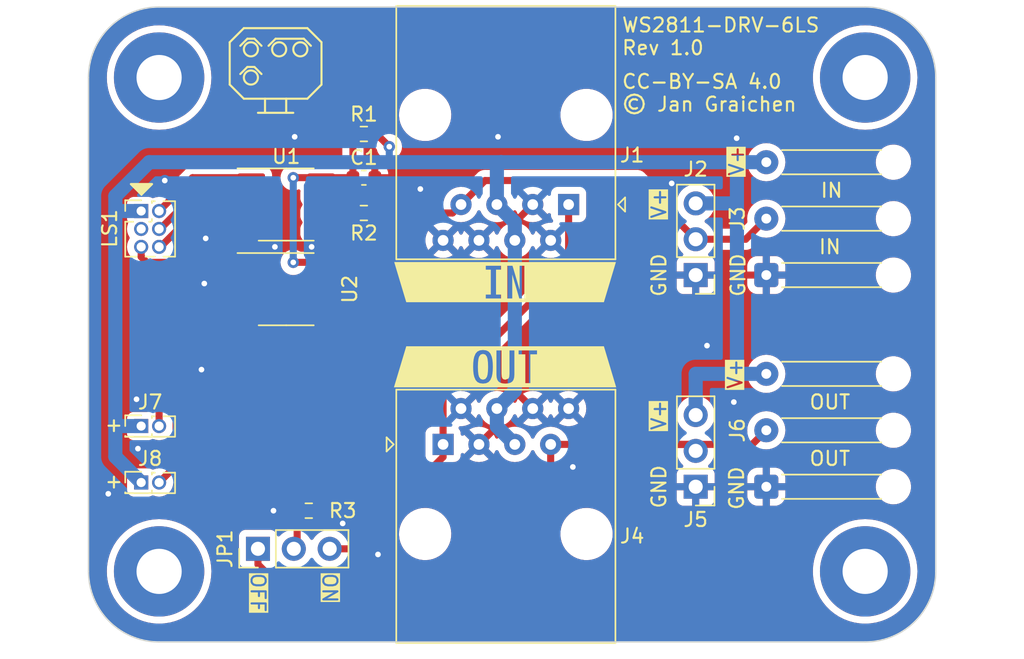
<source format=kicad_pcb>
(kicad_pcb (version 20221018) (generator pcbnew)
  (title_block (title "WS2811 LED Driver 6LS (1 Lichtsperrsignal)") (date "2024-01-22") (rev "1.0") (company "Jan Graichen"))
  (layers (0 "F.Cu" signal) (31 "B.Cu" signal) (34 "B.Paste" user) (35 "F.Paste" user) (36 "B.SilkS" user "B.Silkscreen") (37 "F.SilkS" user "F.Silkscreen") (38 "B.Mask" user) (39 "F.Mask" user) (44 "Edge.Cuts" user))
  (net 0 "")
  (net 1 "Net-(J5-Pin_2)")
  (net 2 "Net-(J2-Pin_2)")
  (net 3 "VCC")
  (net 4 "GND")
  (net 5 "Net-(JP1-B)")
  (net 6 "Net-(U1-VDD)")
  (net 7 "Net-(U1-DIN)")
  (net 8 "Net-(U1-DO)")
  (net 10 "Net-(LS1-Pin_2)")
  (net 12 "Net-(LS1-Pin_4)")
  (net 13 "Net-(JP1-C)")
  (net 14 "Net-(U2-DO)")
  (net 16 "Net-(LS1-Pin_5)")
  (net 17 "Net-(LS1-Pin_6)")
  (net 18 "Net-(J7-Pin_2)")
  (net 19 "Net-(J8-Pin_2)")
  (footprint "MountingHole:MountingHole_3.2mm_M3_Pad" (layer "F.Cu") (at 186 105)
    (fp_text reference "REF**" hide)
    (fp_text value "MountingHole_3.2mm_M3_Pad")
    (pad "1" thru_hole circle (at 0 0) (size 6.4 6.4) (drill 3.2) (layers "*.Cu" "*.Mask"))
  )
  (footprint "kibuzzard-65AE6F8F" (layer "F.Cu") (at 160.5 84.5)
    (fp_text reference "kibuzzard-65AE6F8F" hide)
    (fp_text value "G***" hide)
    (fp_poly (pts (xy -6.732819 -1.423458) (xy -6.997402 -1.423458) (xy -7.851477 -1.423458) (xy -6.997402 1.423458) (xy -6.732819 1.423458) (xy -0.28575 1.423458) (xy -0.28575 1.158875) (xy -1.36525 1.158875) (xy -1.36525 0.88265) (xy -1.00965 0.88265) (xy -1.00965 -0.88265) (xy -1.36525 -0.88265) (xy -1.36525 -1.158875) (xy -0.28575 -1.158875) (xy -0.28575 -0.88265) (xy -0.64135 -0.88265) (xy -0.64135 0.88265) (xy -0.28575 0.88265) (xy -0.28575 1.158875) (xy -0.28575 1.423458) (xy 0.15875 1.423458) (xy 0.15875 1.158875) (xy 0.15875 -1.158875) (xy 0.52705 -1.158875) (xy 1.02235 0.523875) (xy 1.031875 0.523875) (xy 1.031875 -1.158875) (xy 1.36525 -1.158875) (xy 1.36525 1.158875) (xy 1.00965 1.158875) (xy 0.51435 -0.523875) (xy 0.508 -0.523875) (xy 0.508 1.158875) (xy 0.15875 1.158875) (xy 0.15875 1.423458) (xy 6.732819 1.423458) (xy 6.997402 1.423458) (xy 7.851477 -1.423458) (xy 6.997402 -1.423458) (xy 6.732819 -1.423458) (xy -6.732819 -1.423458)) (fill solid) (layer "F.SilkS"))
  )
  (footprint "Capacitor_SMD:C_0603_1608Metric" (layer "F.Cu") (at 150.5 77.1)
    (fp_text reference "C1" (at 0 -1.43) (layer "F.SilkS"))
    (fp_text value "104")
    (fp_line (start -0.14058 -0.51) (end 0.14058 -0.51) (stroke (width 0.12)) (layer "F.SilkS"))
    (fp_line (start -0.14058 0.51) (end 0.14058 0.51) (stroke (width 0.12)) (layer "F.SilkS"))
    (pad "1" smd roundrect (at -0.775 0) (size 0.9 0.95) (layers "F.Cu" "F.Paste" "F.Mask") (net 6 "Net-(U1-VDD)"))
    (pad "2" smd roundrect (at 0.775 0) (size 0.9 0.95) (layers "F.Cu" "F.Paste" "F.Mask") (net 4 "GND"))
  )
  (footprint "Connector_RJ:RJ45_Amphenol_54602-x08_Horizontal" (layer "F.Cu") (at 165 79 180)
    (fp_text reference "J1" (at -4.5 3.5) (layer "F.SilkS"))
    (fp_text value "RJ45 IN")
    (fp_line (start -4 -0.5) (end -4 0.5) (stroke (width 0.12)) (layer "F.SilkS"))
    (fp_line (start -4 0.5) (end -3.5 0) (stroke (width 0.12)) (layer "F.SilkS"))
    (fp_line (start -3.5 0) (end -4 -0.5) (stroke (width 0.12)) (layer "F.SilkS"))
    (fp_line (start -3.315 -3.88) (end -3.315 14.08) (stroke (width 0.12)) (layer "F.SilkS"))
    (fp_line (start -3.315 14.08) (end 12.205 14.08) (stroke (width 0.12)) (layer "F.SilkS"))
    (fp_line (start 12.205 -3.88) (end -3.315 -3.88) (stroke (width 0.12)) (layer "F.SilkS"))
    (fp_line (start 12.205 -3.88) (end 12.205 14.08) (stroke (width 0.12)) (layer "F.SilkS"))
    (pad "" np_thru_hole circle (at -1.27 6.35 180) (size 3.2 3.2) (drill 3.2) (layers "*.Cu" "*.Mask"))
    (pad "" np_thru_hole circle (at 10.16 6.35 180) (size 3.2 3.2) (drill 3.2) (layers "*.Cu" "*.Mask"))
    (pad "1" thru_hole rect (at 0 0 180) (size 1.5 1.5) (drill 0.76) (layers "*.Cu" "*.Mask") (net 5 "Net-(JP1-B)"))
    (pad "2" thru_hole circle (at 1.27 -2.54 180) (size 1.5 1.5) (drill 0.76) (layers "*.Cu" "*.Mask") (net 4 "GND"))
    (pad "3" thru_hole circle (at 2.54 0 180) (size 1.5 1.5) (drill 0.76) (layers "*.Cu" "*.Mask") (net 4 "GND"))
    (pad "4" thru_hole circle (at 3.81 -2.54 180) (size 1.5 1.5) (drill 0.76) (layers "*.Cu" "*.Mask") (net 3 "VCC"))
    (pad "5" thru_hole circle (at 5.08 0 180) (size 1.5 1.5) (drill 0.76) (layers "*.Cu" "*.Mask") (net 3 "VCC"))
    (pad "6" thru_hole circle (at 6.35 -2.54 180) (size 1.5 1.5) (drill 0.76) (layers "*.Cu" "*.Mask") (net 4 "GND"))
    (pad "7" thru_hole circle (at 7.62 0 180) (size 1.5 1.5) (drill 0.76) (layers "*.Cu" "*.Mask") (net 2 "Net-(J2-Pin_2)"))
    (pad "8" thru_hole circle (at 8.89 -2.54 180) (size 1.5 1.5) (drill 0.76) (layers "*.Cu" "*.Mask") (net 4 "GND"))
  )
  (footprint "Connector_RJ:RJ45_Amphenol_54602-x08_Horizontal" (layer "F.Cu") (at 156.11 96)
    (fp_text reference "J4" (at 13.39 6.5) (layer "F.SilkS"))
    (fp_text value "RJ45 OUT")
    (fp_line (start -4 -0.5) (end -4 0.5) (stroke (width 0.12)) (layer "F.SilkS"))
    (fp_line (start -4 0.5) (end -3.5 0) (stroke (width 0.12)) (layer "F.SilkS"))
    (fp_line (start -3.5 0) (end -4 -0.5) (stroke (width 0.12)) (layer "F.SilkS"))
    (fp_line (start -3.315 -3.88) (end -3.315 14.08) (stroke (width 0.12)) (layer "F.SilkS"))
    (fp_line (start -3.315 14.08) (end 12.205 14.08) (stroke (width 0.12)) (layer "F.SilkS"))
    (fp_line (start 12.205 -3.88) (end -3.315 -3.88) (stroke (width 0.12)) (layer "F.SilkS"))
    (fp_line (start 12.205 -3.88) (end 12.205 14.08) (stroke (width 0.12)) (layer "F.SilkS"))
    (pad "" np_thru_hole circle (at -1.27 6.35) (size 3.2 3.2) (drill 3.2) (layers "*.Cu" "*.Mask"))
    (pad "" np_thru_hole circle (at 10.16 6.35) (size 3.2 3.2) (drill 3.2) (layers "*.Cu" "*.Mask"))
    (pad "1" thru_hole rect (at 0 0) (size 1.5 1.5) (drill 0.76) (layers "*.Cu" "*.Mask") (net 5 "Net-(JP1-B)"))
    (pad "2" thru_hole circle (at 1.27 -2.54) (size 1.5 1.5) (drill 0.76) (layers "*.Cu" "*.Mask") (net 4 "GND"))
    (pad "3" thru_hole circle (at 2.54 0) (size 1.5 1.5) (drill 0.76) (layers "*.Cu" "*.Mask") (net 4 "GND"))
    (pad "4" thru_hole circle (at 3.81 -2.54) (size 1.5 1.5) (drill 0.76) (layers "*.Cu" "*.Mask") (net 3 "VCC"))
    (pad "5" thru_hole circle (at 5.08 0) (size 1.5 1.5) (drill 0.76) (layers "*.Cu" "*.Mask") (net 3 "VCC"))
    (pad "6" thru_hole circle (at 6.35 -2.54) (size 1.5 1.5) (drill 0.76) (layers "*.Cu" "*.Mask") (net 4 "GND"))
    (pad "7" thru_hole circle (at 7.62 0) (size 1.5 1.5) (drill 0.76) (layers "*.Cu" "*.Mask") (net 1 "Net-(J5-Pin_2)"))
    (pad "8" thru_hole circle (at 8.89 -2.54) (size 1.5 1.5) (drill 0.76) (layers "*.Cu" "*.Mask") (net 4 "GND"))
  )
  (footprint "Connector_Wire:SolderWire-0.15sqmm_1x03_P4mm_D0.5mm_OD1.5mm_Relief" (layer "F.Cu") (at 179 99 90)
    (fp_text reference "J6" (at 4 -2.05 90) (layer "F.SilkS"))
    (fp_text value "Conn_01x03_Pin")
    (fp_line (start -0.86 1.11) (end -0.86 8.14) (stroke (width 0.12)) (layer "F.SilkS"))
    (fp_line (start 0.86 1.11) (end 0.86 8.14) (stroke (width 0.12)) (layer "F.SilkS"))
    (fp_line (start 3.14 1.11) (end 3.14 8.14) (stroke (width 0.12)) (layer "F.SilkS"))
    (fp_line (start 4.86 1.11) (end 4.86 8.14) (stroke (width 0.12)) (layer "F.SilkS"))
    (fp_line (start 7.14 1.11) (end 7.14 8.14) (stroke (width 0.12)) (layer "F.SilkS"))
    (fp_line (start 8.86 1.11) (end 8.86 8.14) (stroke (width 0.12)) (layer "F.SilkS"))
    (pad "" np_thru_hole circle (at 0 9 90) (size 2 2) (drill 2) (layers "*.Cu" "*.Mask"))
    (pad "" np_thru_hole circle (at 4 9 90) (size 2 2) (drill 2) (layers "*.Cu" "*.Mask"))
    (pad "" np_thru_hole circle (at 8 9 90) (size 2 2) (drill 2) (layers "*.Cu" "*.Mask"))
    (pad "1" thru_hole roundrect (at 0 0 90) (size 1.7 1.7) (drill 0.7) (layers "*.Cu" "*.Mask") (roundrect_rratio 0.1470588235) (net 4 "GND"))
    (pad "2" thru_hole circle (at 4 0 90) (size 1.7 1.7) (drill 0.7) (layers "*.Cu" "*.Mask") (net 1 "Net-(J5-Pin_2)"))
    (pad "3" thru_hole circle (at 8 0 90) (size 1.7 1.7) (drill 0.7) (layers "*.Cu" "*.Mask") (net 3 "VCC"))
  )
  (footprint "Connector_PinHeader_1.27mm:PinHeader_2x01_P1.27mm_Vertical" (layer "F.Cu") (at 134.73 94.7)
    (fp_text reference "J7" (at 0.635 -1.695) (layer "F.SilkS"))
    (fp_text value "Conn_02x01")
    (fp_line (start -1.13 -0.76) (end 0 -0.76) (stroke (width 0.12)) (layer "F.SilkS"))
    (fp_line (start -1.13 0) (end -1.13 -0.76) (stroke (width 0.12)) (layer "F.SilkS"))
    (fp_line (start -1.13 0.76) (end -1.13 0.695) (stroke (width 0.12)) (layer "F.SilkS"))
    (fp_line (start -1.13 0.76) (end -0.563471 0.76) (stroke (width 0.12)) (layer "F.SilkS"))
    (fp_line (start -1.13 0.76) (end 2.4 0.76) (stroke (width 0.12)) (layer "F.SilkS"))
    (fp_line (start 0.563471 0.76) (end 0.706529 0.76) (stroke (width 0.12)) (layer "F.SilkS"))
    (fp_line (start 0.76 -0.695) (end 0.96247 -0.695) (stroke (width 0.12)) (layer "F.SilkS"))
    (fp_line (start 0.76 -0.563471) (end 0.76 -0.695) (stroke (width 0.12)) (layer "F.SilkS"))
    (fp_line (start 0.76 0.706529) (end 0.76 0.563471) (stroke (width 0.12)) (layer "F.SilkS"))
    (fp_line (start 1.57753 -0.695) (end 2.4 -0.695) (stroke (width 0.12)) (layer "F.SilkS"))
    (fp_line (start 2.4 -0.695) (end 2.4 0.695) (stroke (width 0.12)) (layer "F.SilkS"))
    (pad "1" thru_hole rect (at 0 0) (size 1 1) (drill 0.65) (layers "*.Cu" "*.Mask") (net 3 "VCC"))
    (pad "2" thru_hole oval (at 1.27 0) (size 1 1) (drill 0.65) (layers "*.Cu" "*.Mask") (net 18 "Net-(J7-Pin_2)"))
  )
  (footprint "Resistor_SMD:R_0603_1608Metric" (layer "F.Cu") (at 146.6 100.7)
    (fp_text reference "R3" (at 2.4 0) (layer "F.SilkS"))
    (fp_text value "33R")
    (fp_line (start -0.237258 -0.5225) (end 0.237258 -0.5225) (stroke (width 0.12)) (layer "F.SilkS"))
    (fp_line (start -0.237258 0.5225) (end 0.237258 0.5225) (stroke (width 0.12)) (layer "F.SilkS"))
    (pad "1" smd roundrect (at -0.825 0) (size 0.8 0.95) (layers "F.Cu" "F.Paste" "F.Mask") (net 13 "Net-(JP1-C)"))
    (pad "2" smd roundrect (at 0.825 0) (size 0.8 0.95) (layers "F.Cu" "F.Paste" "F.Mask") (net 14 "Net-(U2-DO)"))
  )
  (footprint "MountingHole:MountingHole_3.2mm_M3_Pad" (layer "F.Cu") (at 186 70)
    (fp_text reference "REF**" hide)
    (fp_text value "MountingHole_3.2mm_M3_Pad")
    (pad "1" thru_hole circle (at 0 0) (size 6.4 6.4) (drill 3.2) (layers "*.Cu" "*.Mask"))
  )
  (footprint "Resistor_SMD:R_0603_1608Metric" (layer "F.Cu") (at 150.5 74 180)
    (fp_text reference "R1" (at 0 1.4) (layer "F.SilkS"))
    (fp_text value "33R")
    (fp_line (start -0.237258 -0.5225) (end 0.237258 -0.5225) (stroke (width 0.12)) (layer "F.SilkS"))
    (fp_line (start -0.237258 0.5225) (end 0.237258 0.5225) (stroke (width 0.12)) (layer "F.SilkS"))
    (pad "1" smd roundrect (at -0.825 0 180) (size 0.8 0.95) (layers "F.Cu" "F.Paste" "F.Mask") (net 3 "VCC"))
    (pad "2" smd roundrect (at 0.825 0 180) (size 0.8 0.95) (layers "F.Cu" "F.Paste" "F.Mask") (net 6 "Net-(U1-VDD)"))
  )
  (footprint "Resistor_SMD:R_0603_1608Metric" (layer "F.Cu") (at 150.5 79.6 180)
    (fp_text reference "R2" (at 0 -1.43) (layer "F.SilkS"))
    (fp_text value "33R")
    (fp_line (start -0.237258 -0.5225) (end 0.237258 -0.5225) (stroke (width 0.12)) (layer "F.SilkS"))
    (fp_line (start -0.237258 0.5225) (end 0.237258 0.5225) (stroke (width 0.12)) (layer "F.SilkS"))
    (pad "1" smd roundrect (at -0.825 0 180) (size 0.8 0.95) (layers "F.Cu" "F.Paste" "F.Mask") (net 2 "Net-(J2-Pin_2)"))
    (pad "2" smd roundrect (at 0.825 0 180) (size 0.8 0.95) (layers "F.Cu" "F.Paste" "F.Mask") (net 7 "Net-(U1-DIN)"))
  )
  (footprint "Connector_PinHeader_2.54mm:PinHeader_1x03_P2.54mm_Vertical" (layer "F.Cu") (at 174 84 180)
    (fp_text reference "J2" (at 0 7.5) (layer "F.SilkS"))
    (fp_text value "Conn_01x03_Pin")
    (fp_line (start -1.33 -1.33) (end 0 -1.33) (stroke (width 0.12)) (layer "F.SilkS"))
    (fp_line (start -1.33 0) (end -1.33 -1.33) (stroke (width 0.12)) (layer "F.SilkS"))
    (fp_line (start -1.33 1.27) (end -1.33 6.41) (stroke (width 0.12)) (layer "F.SilkS"))
    (fp_line (start -1.33 1.27) (end 1.33 1.27) (stroke (width 0.12)) (layer "F.SilkS"))
    (fp_line (start -1.33 6.41) (end 1.33 6.41) (stroke (width 0.12)) (layer "F.SilkS"))
    (fp_line (start 1.33 1.27) (end 1.33 6.41) (stroke (width 0.12)) (layer "F.SilkS"))
    (pad "1" thru_hole rect (at 0 0 180) (size 1.7 1.7) (drill 1) (layers "*.Cu" "*.Mask") (net 4 "GND"))
    (pad "2" thru_hole oval (at 0 2.54 180) (size 1.7 1.7) (drill 1) (layers "*.Cu" "*.Mask") (net 2 "Net-(J2-Pin_2)"))
    (pad "3" thru_hole oval (at 0 5.08 180) (size 1.7 1.7) (drill 1) (layers "*.Cu" "*.Mask") (net 3 "VCC"))
  )
  (footprint "kibuzzard-65AE6F95" (layer "F.Cu") (at 160.5 90.5)
    (fp_text reference "kibuzzard-65AE6F95" hide)
    (fp_text value "G***" hide)
    (fp_poly (pts (xy -1.287463 -0.719137) (xy -1.399381 -0.865584) (xy -1.563688 -0.9144) (xy -1.727994 -0.865584) (xy -1.839913 -0.719137) (xy -1.887538 -0.55245) (xy -1.916113 -0.312737) (xy -1.925638 0) (xy -1.916113 0.312738) (xy -1.887538 0.55245) (xy -1.839913 0.719138) (xy -1.727994 0.865584) (xy -1.563688 0.9144) (xy -1.399381 0.865584) (xy -1.287463 0.719138) (xy -1.239838 0.55245) (xy -1.211263 0.312738) (xy -1.201738 0) (xy -1.211263 -0.312737) (xy -1.239838 -0.55245) (xy -1.287463 -0.719137)) (fill solid) (layer "F.SilkS"))
    (fp_poly (pts (xy -6.732819 -1.455208) (xy -6.997402 -1.455208) (xy -7.870527 1.455208) (xy -6.997402 1.455208) (xy -6.732819 1.455208) (xy -1.563688 1.455208) (xy -1.563688 1.190625) (xy -1.78435 1.163638) (xy -1.957387 1.082675) (xy -2.088753 0.935831) (xy -2.1844 0.7112) (xy -2.227615 0.515056) (xy -2.253544 0.277989) (xy -2.262188 0) (xy -2.253544 -0.277989) (xy -2.227615 -0.515056) (xy -2.1844 -0.7112) (xy -2.088753 -0.935831) (xy -1.957387 -1.082675) (xy -1.78435 -1.163637) (xy -1.563688 -1.190625) (xy -1.343025 -1.163637) (xy -1.169988 -1.082675) (xy -1.038622 -0.935831) (xy -0.942975 -0.7112) (xy -0.89976 -0.515056) (xy -0.873831 -0.277989) (xy -0.865188 0) (xy -0.873831 0.277989) (xy -0.89976 0.515056) (xy -0.942975 0.7112) (xy -1.038622 0.935831) (xy -1.169988 1.082675) (xy -1.343025 1.163638) (xy -1.563688 1.190625) (xy -1.563688 1.455208) (xy 0.023812 1.455208) (xy 0.023812 1.190625) (xy -0.181328 1.174397) (xy -0.343782 1.125714) (xy -0.46355 1.044575) (xy -0.545571 0.925336) (xy -0.594783 0.762353) (xy -0.611188 0.555625) (xy -0.611188 -1.158875) (xy -0.252413 -1.158875) (xy -0.252413 0.492125) (xy -0.236538 0.697706) (xy -0.188913 0.8255) (xy -0.102394 0.892175) (xy 0.030163 0.9144) (xy 0.249238 0.827088) (xy 0.296863 0.699691) (xy 0.312738 0.492125) (xy 0.312738 -1.158875) (xy 0.658813 -1.158875) (xy 0.658813 0.555625) (xy 0.642408 0.762353) (xy 0.593196 0.925336) (xy 0.511175 1.044575) (xy 0.391407 1.125714) (xy 0.228953 1.174397) (xy 0.023812 1.190625) (xy 0.023812 1.455208) (xy 1.789113 1.455208) (xy 1.789113 1.158875) (xy 1.433512 1.158875) (xy 1.433512 -0.88265) (xy 0.960437 -0.88265) (xy 0.960437 -1.158875) (xy 2.262188 -1.158875) (xy 2.262188 -0.88265) (xy 1.789113 -0.88265) (xy 1.789113 1.158875) (xy 1.789113 1.455208) (xy 6.732819 1.455208) (xy 6.997402 1.455208) (xy 7.870527 1.455208) (xy 6.997402 -1.455208) (xy 6.732819 -1.455208) (xy -6.732819 -1.455208)) (fill solid) (layer "F.SilkS"))
  )
  (footprint "Connector_PinHeader_2.54mm:PinHeader_1x03_P2.54mm_Vertical" (layer "F.Cu") (at 143 103.4 90)
    (fp_text reference "JP1" (at 0 -2.33 90) (layer "F.SilkS"))
    (fp_text value "Jumper_3_Bridged12")
    (fp_line (start -1.33 -1.33) (end 0 -1.33) (stroke (width 0.12)) (layer "F.SilkS"))
    (fp_line (start -1.33 0) (end -1.33 -1.33) (stroke (width 0.12)) (layer "F.SilkS"))
    (fp_line (start -1.33 1.27) (end -1.33 6.41) (stroke (width 0.12)) (layer "F.SilkS"))
    (fp_line (start -1.33 1.27) (end 1.33 1.27) (stroke (width 0.12)) (layer "F.SilkS"))
    (fp_line (start -1.33 6.41) (end 1.33 6.41) (stroke (width 0.12)) (layer "F.SilkS"))
    (fp_line (start 1.33 1.27) (end 1.33 6.41) (stroke (width 0.12)) (layer "F.SilkS"))
    (pad "1" thru_hole rect (at 0 0 90) (size 1.7 1.7) (drill 1) (layers "*.Cu" "*.Mask") (net 1 "Net-(J5-Pin_2)"))
    (pad "2" thru_hole oval (at 0 2.54 90) (size 1.7 1.7) (drill 1) (layers "*.Cu" "*.Mask") (net 13 "Net-(JP1-C)"))
    (pad "3" thru_hole oval (at 0 5.08 90) (size 1.7 1.7) (drill 1) (layers "*.Cu" "*.Mask") (net 5 "Net-(JP1-B)"))
  )
  (footprint "Connector_Wire:SolderWire-0.15sqmm_1x03_P4mm_D0.5mm_OD1.5mm_Relief" (layer "F.Cu") (at 179 84 90)
    (fp_text reference "J3" (at 4 -2.05 90) (layer "F.SilkS"))
    (fp_text value "Conn_01x03_Pin")
    (fp_line (start -0.86 1.11) (end -0.86 8.14) (stroke (width 0.12)) (layer "F.SilkS"))
    (fp_line (start 0.86 1.11) (end 0.86 8.14) (stroke (width 0.12)) (layer "F.SilkS"))
    (fp_line (start 3.14 1.11) (end 3.14 8.14) (stroke (width 0.12)) (layer "F.SilkS"))
    (fp_line (start 4.86 1.11) (end 4.86 8.14) (stroke (width 0.12)) (layer "F.SilkS"))
    (fp_line (start 7.14 1.11) (end 7.14 8.14) (stroke (width 0.12)) (layer "F.SilkS"))
    (fp_line (start 8.86 1.11) (end 8.86 8.14) (stroke (width 0.12)) (layer "F.SilkS"))
    (pad "" np_thru_hole circle (at 0 9 90) (size 2 2) (drill 2) (layers "*.Cu" "*.Mask"))
    (pad "" np_thru_hole circle (at 4 9 90) (size 2 2) (drill 2) (layers "*.Cu" "*.Mask"))
    (pad "" np_thru_hole circle (at 8 9 90) (size 2 2) (drill 2) (layers "*.Cu" "*.Mask"))
    (pad "1" thru_hole roundrect (at 0 0 90) (size 1.7 1.7) (drill 0.7) (layers "*.Cu" "*.Mask") (roundrect_rratio 0.1470588235) (net 4 "GND"))
    (pad "2" thru_hole circle (at 4 0 90) (size 1.7 1.7) (drill 0.7) (layers "*.Cu" "*.Mask") (net 2 "Net-(J2-Pin_2)"))
    (pad "3" thru_hole circle (at 8 0 90) (size 1.7 1.7) (drill 0.7) (layers "*.Cu" "*.Mask") (net 3 "VCC"))
  )
  (footprint "MountingHole:MountingHole_3.2mm_M3_Pad" (layer "F.Cu") (at 136 70)
    (fp_text reference "REF**" hide)
    (fp_text value "MountingHole_3.2mm_M3_Pad")
    (pad "1" thru_hole circle (at 0 0) (size 6.4 6.4) (drill 3.2) (layers "*.Cu" "*.Mask"))
  )
  (footprint "Package_SO:SOIC-8_3.9x4.9mm_P1.27mm" (layer "F.Cu") (at 145 85)
    (fp_text reference "U2" (at 4.5 0 90) (layer "F.SilkS"))
    (fp_text value "WS2811")
    (fp_line (start 0 -2.56) (end -3.45 -2.56) (stroke (width 0.12)) (layer "F.SilkS"))
    (fp_line (start 0 -2.56) (end 1.95 -2.56) (stroke (width 0.12)) (layer "F.SilkS"))
    (fp_line (start 0 2.56) (end -1.95 2.56) (stroke (width 0.12)) (layer "F.SilkS"))
    (fp_line (start 0 2.56) (end 1.95 2.56) (stroke (width 0.12)) (layer "F.SilkS"))
    (pad "1" smd roundrect (at -2.475 -1.905) (size 1.95 0.6) (layers "F.Cu" "F.Paste" "F.Mask") (net 16 "Net-(LS1-Pin_5)"))
    (pad "2" smd roundrect (at -2.475 -0.635) (size 1.95 0.6) (layers "F.Cu" "F.Paste" "F.Mask") (net 18 "Net-(J7-Pin_2)"))
    (pad "3" smd roundrect (at -2.475 0.635) (size 1.95 0.6) (layers "F.Cu" "F.Paste" "F.Mask") (net 19 "Net-(J8-Pin_2)"))
    (pad "4" smd roundrect (at -2.475 1.905) (size 1.95 0.6) (layers "F.Cu" "F.Paste" "F.Mask") (net 4 "GND"))
    (pad "5" smd roundrect (at 2.475 1.905) (size 1.95 0.6) (layers "F.Cu" "F.Paste" "F.Mask") (net 14 "Net-(U2-DO)"))
    (pad "6" smd roundrect (at 2.475 0.635) (size 1.95 0.6) (layers "F.Cu" "F.Paste" "F.Mask") (net 8 "Net-(U1-DO)"))
    (pad "7" smd roundrect (at 2.475 -0.635) (size 1.95 0.6) (layers "F.Cu" "F.Paste" "F.Mask"))
    (pad "8" smd roundrect (at 2.475 -1.905) (size 1.95 0.6) (layers "F.Cu" "F.Paste" "F.Mask") (net 6 "Net-(U1-VDD)"))
  )
  (footprint "Connector_PinHeader_1.27mm:PinHeader_2x03_P1.27mm_Vertical" (layer "F.Cu") (at 134.73 79.46)
    (fp_text reference "LS1" (at -2.23 1.24 90) (layer "F.SilkS"))
    (fp_text value "Conn_02x03_Odd_Even")
    (fp_line (start -1.13 -0.76) (end 0 -0.76) (stroke (width 0.12)) (layer "F.SilkS"))
    (fp_line (start -1.13 0) (end -1.13 -0.76) (stroke (width 0.12)) (layer "F.SilkS"))
    (fp_line (start -1.13 0.76) (end -1.13 3.235) (stroke (width 0.12)) (layer "F.SilkS"))
    (fp_line (start -1.13 0.76) (end -0.563471 0.76) (stroke (width 0.12)) (layer "F.SilkS"))
    (fp_line (start -1.13 3.235) (end -0.30753 3.235) (stroke (width 0.12)) (layer "F.SilkS"))
    (fp_line (start 0.30753 3.235) (end 0.96247 3.235) (stroke (width 0.12)) (layer "F.SilkS"))
    (fp_line (start 0.563471 0.76) (end 0.706529 0.76) (stroke (width 0.12)) (layer "F.SilkS"))
    (fp_line (start 0.76 -0.695) (end 0.96247 -0.695) (stroke (width 0.12)) (layer "F.SilkS"))
    (fp_line (start 0.76 -0.563471) (end 0.76 -0.695) (stroke (width 0.12)) (layer "F.SilkS"))
    (fp_line (start 0.76 0.706529) (end 0.76 0.563471) (stroke (width 0.12)) (layer "F.SilkS"))
    (fp_line (start 1.57753 -0.695) (end 2.4 -0.695) (stroke (width 0.12)) (layer "F.SilkS"))
    (fp_line (start 1.57753 3.235) (end 2.4 3.235) (stroke (width 0.12)) (layer "F.SilkS"))
    (fp_line (start 2.4 -0.695) (end 2.4 3.235) (stroke (width 0.12)) (layer "F.SilkS"))
    (pad "1" thru_hole rect (at 0 0) (size 1 1) (drill 0.65) (layers "*.Cu" "*.Mask") (net 3 "VCC"))
    (pad "2" thru_hole oval (at 1.27 0) (size 1 1) (drill 0.65) (layers "*.Cu" "*.Mask") (net 10 "Net-(LS1-Pin_2)"))
    (pad "3" thru_hole oval (at 0 1.27) (size 1 1) (drill 0.65) (layers "*.Cu" "*.Mask"))
    (pad "4" thru_hole oval (at 1.27 1.27) (size 1 1) (drill 0.65) (layers "*.Cu" "*.Mask") (net 12 "Net-(LS1-Pin_4)"))
    (pad "5" thru_hole oval (at 0 2.54) (size 1 1) (drill 0.65) (layers "*.Cu" "*.Mask") (net 16 "Net-(LS1-Pin_5)"))
    (pad "6" thru_hole oval (at 1.27 2.54) (size 1 1) (drill 0.65) (layers "*.Cu" "*.Mask") (net 17 "Net-(LS1-Pin_6)"))
  )
  (footprint "Connector_PinHeader_1.27mm:PinHeader_2x01_P1.27mm_Vertical" (layer "F.Cu") (at 134.73 98.7)
    (fp_text reference "J8" (at 0.635 -1.695) (layer "F.SilkS"))
    (fp_text value "Conn_02x01")
    (fp_line (start -1.13 -0.76) (end 0 -0.76) (stroke (width 0.12)) (layer "F.SilkS"))
    (fp_line (start -1.13 0) (end -1.13 -0.76) (stroke (width 0.12)) (layer "F.SilkS"))
    (fp_line (start -1.13 0.76) (end -1.13 0.695) (stroke (width 0.12)) (layer "F.SilkS"))
    (fp_line (start -1.13 0.76) (end -0.563471 0.76) (stroke (width 0.12)) (layer "F.SilkS"))
    (fp_line (start -1.13 0.76) (end 2.4 0.76) (stroke (width 0.12)) (layer "F.SilkS"))
    (fp_line (start 0.563471 0.76) (end 0.706529 0.76) (stroke (width 0.12)) (layer "F.SilkS"))
    (fp_line (start 0.76 -0.695) (end 0.96247 -0.695) (stroke (width 0.12)) (layer "F.SilkS"))
    (fp_line (start 0.76 -0.563471) (end 0.76 -0.695) (stroke (width 0.12)) (layer "F.SilkS"))
    (fp_line (start 0.76 0.706529) (end 0.76 0.563471) (stroke (width 0.12)) (layer "F.SilkS"))
    (fp_line (start 1.57753 -0.695) (end 2.4 -0.695) (stroke (width 0.12)) (layer "F.SilkS"))
    (fp_line (start 2.4 -0.695) (end 2.4 0.695) (stroke (width 0.12)) (layer "F.SilkS"))
    (pad "1" thru_hole rect (at 0 0) (size 1 1) (drill 0.65) (layers "*.Cu" "*.Mask") (net 3 "VCC"))
    (pad "2" thru_hole oval (at 1.27 0) (size 1 1) (drill 0.65) (layers "*.Cu" "*.Mask") (net 19 "Net-(J8-Pin_2)"))
  )
  (footprint "MountingHole:MountingHole_3.2mm_M3_Pad" (layer "F.Cu") (at 136 105)
    (fp_text reference "REF**" hide)
    (fp_text value "MountingHole_3.2mm_M3_Pad")
    (pad "1" thru_hole circle (at 0 0) (size 6.4 6.4) (drill 3.2) (layers "*.Cu" "*.Mask"))
  )
  (footprint "Connector_PinHeader_2.54mm:PinHeader_1x03_P2.54mm_Vertical" (layer "F.Cu") (at 174 99 180)
    (fp_text reference "J5" (at 0 -2.33) (layer "F.SilkS"))
    (fp_text value "Conn_01x03_Pin")
    (fp_line (start -1.33 -1.33) (end 0 -1.33) (stroke (width 0.12)) (layer "F.SilkS"))
    (fp_line (start -1.33 0) (end -1.33 -1.33) (stroke (width 0.12)) (layer "F.SilkS"))
    (fp_line (start -1.33 1.27) (end -1.33 6.41) (stroke (width 0.12)) (layer "F.SilkS"))
    (fp_line (start -1.33 1.27) (end 1.33 1.27) (stroke (width 0.12)) (layer "F.SilkS"))
    (fp_line (start -1.33 6.41) (end 1.33 6.41) (stroke (width 0.12)) (layer "F.SilkS"))
    (fp_line (start 1.33 1.27) (end 1.33 6.41) (stroke (width 0.12)) (layer "F.SilkS"))
    (pad "1" thru_hole rect (at 0 0 180) (size 1.7 1.7) (drill 1) (layers "*.Cu" "*.Mask") (net 4 "GND"))
    (pad "2" thru_hole oval (at 0 2.54 180) (size 1.7 1.7) (drill 1) (layers "*.Cu" "*.Mask") (net 1 "Net-(J5-Pin_2)"))
    (pad "3" thru_hole oval (at 0 5.08 180) (size 1.7 1.7) (drill 1) (layers "*.Cu" "*.Mask") (net 3 "VCC"))
  )
  (footprint "Package_SO:SOIC-8_3.9x4.9mm_P1.27mm" (layer "F.Cu") (at 145 79)
    (fp_text reference "U1" (at 0 -3.4) (layer "F.SilkS"))
    (fp_text value "WS2811")
    (fp_line (start 0 -2.56) (end -3.45 -2.56) (stroke (width 0.12)) (layer "F.SilkS"))
    (fp_line (start 0 -2.56) (end 1.95 -2.56) (stroke (width 0.12)) (layer "F.SilkS"))
    (fp_line (start 0 2.56) (end -1.95 2.56) (stroke (width 0.12)) (layer "F.SilkS"))
    (fp_line (start 0 2.56) (end 1.95 2.56) (stroke (width 0.12)) (layer "F.SilkS"))
    (pad "1" smd roundrect (at -2.475 -1.905) (size 1.95 0.6) (layers "F.Cu" "F.Paste" "F.Mask") (net 10 "Net-(LS1-Pin_2)"))
    (pad "2" smd roundrect (at -2.475 -0.635) (size 1.95 0.6) (layers "F.Cu" "F.Paste" "F.Mask") (net 12 "Net-(LS1-Pin_4)"))
    (pad "3" smd roundrect (at -2.475 0.635) (size 1.95 0.6) (layers "F.Cu" "F.Paste" "F.Mask") (net 17 "Net-(LS1-Pin_6)"))
    (pad "4" smd roundrect (at -2.475 1.905) (size 1.95 0.6) (layers "F.Cu" "F.Paste" "F.Mask") (net 4 "GND"))
    (pad "5" smd roundrect (at 2.475 1.905) (size 1.95 0.6) (layers "F.Cu" "F.Paste" "F.Mask") (net 8 "Net-(U1-DO)"))
    (pad "6" smd roundrect (at 2.475 0.635) (size 1.95 0.6) (layers "F.Cu" "F.Paste" "F.Mask") (net 7 "Net-(U1-DIN)"))
    (pad "7" smd roundrect (at 2.475 -0.635) (size 1.95 0.6) (layers "F.Cu" "F.Paste" "F.Mask"))
    (pad "8" smd roundrect (at 2.475 -1.905) (size 1.95 0.6) (layers "F.Cu" "F.Paste" "F.Mask") (net 6 "Net-(U1-VDD)"))
  )
  (gr_line (start 142.25 67.25) (end 141.75 67.75) (stroke (width 0.15)) (layer "F.SilkS"))
  (gr_line (start 143 72.5) (end 145.5 72.5) (stroke (width 0.15)) (layer "F.SilkS"))
  (gr_poly (pts (xy 134.75 78.3) (xy 134 77.55) (xy 135.5 77.55)) (stroke (width 0.15)) (fill solid) (layer "F.SilkS"))
  (gr_line (start 142 66.5) (end 141 67.5) (stroke (width 0.15)) (layer "F.SilkS"))
  (gr_line (start 142.75 69.25) (end 143.25 69.75) (stroke (width 0.15)) (layer "F.SilkS"))
  (gr_line (start 143.25 67.75) (end 142.75 67.25) (stroke (width 0.15)) (layer "F.SilkS"))
  (gr_line (start 146.5 71.5) (end 147.5 70.5) (stroke (width 0.15)) (layer "F.SilkS"))
  (gr_circle (center 142.5 70) (end 143 70) (stroke (width 0.15)) (fill none) (layer "F.SilkS"))
  (gr_line (start 145 71.5) (end 145 72.5) (stroke (width 0.15)) (layer "F.SilkS"))
  (gr_line (start 147.5 67.5) (end 146.5 66.5) (stroke (width 0.15)) (layer "F.SilkS"))
  (gr_line (start 146.25 67.25) (end 146.75 67.75) (stroke (width 0.15)) (layer "F.SilkS"))
  (gr_circle (center 144.5 68) (end 145 68) (stroke (width 0.15)) (fill none) (layer "F.SilkS"))
  (gr_line (start 144.25 67.25) (end 143.75 67.75) (stroke (width 0.15)) (layer "F.SilkS"))
  (gr_circle (center 142.5 68) (end 143 68) (stroke (width 0.15)) (fill none) (layer "F.SilkS"))
  (gr_line (start 141 70.5) (end 142 71.5) (stroke (width 0.15)) (layer "F.SilkS"))
  (gr_line (start 142.25 69.25) (end 142.75 69.25) (stroke (width 0.15)) (layer "F.SilkS"))
  (gr_line (start 142.75 67.25) (end 142.25 67.25) (stroke (width 0.15)) (layer "F.SilkS"))
  (gr_line (start 141 67.5) (end 141 70.5) (stroke (width 0.15)) (layer "F.SilkS"))
  (gr_line (start 146.5 66.5) (end 142 66.5) (stroke (width 0.15)) (layer "F.SilkS"))
  (gr_line (start 147.5 70.5) (end 147.5 67.5) (stroke (width 0.15)) (layer "F.SilkS"))
  (gr_line (start 143.5 71.5) (end 143.5 72.5) (stroke (width 0.15)) (layer "F.SilkS"))
  (gr_line (start 144.25 67.25) (end 146.25 67.25) (stroke (width 0.15)) (layer "F.SilkS"))
  (gr_line (start 142 71.5) (end 146.5 71.5) (stroke (width 0.15)) (layer "F.SilkS"))
  (gr_circle (center 146 68) (end 146.5 68) (stroke (width 0.15)) (fill none) (layer "F.SilkS"))
  (gr_line (start 141.75 69.75) (end 142.25 69.25) (stroke (width 0.15)) (layer "F.SilkS"))
  (gr_line (start 191 105) (end 191 70) (stroke (width 0.1)) (layer "Edge.Cuts"))
  (gr_arc (start 131 70) (mid 132.464466 66.464466) (end 136 65) (stroke (width 0.1)) (layer "Edge.Cuts"))
  (gr_arc (start 186 65) (mid 189.535534 66.464466) (end 191 70) (stroke (width 0.1)) (layer "Edge.Cuts"))
  (gr_line (start 186 65) (end 136 65) (stroke (width 0.1)) (layer "Edge.Cuts"))
  (gr_line (start 131 70) (end 131 105) (stroke (width 0.1)) (layer "Edge.Cuts"))
  (gr_line (start 136 110) (end 186 110) (stroke (width 0.1)) (layer "Edge.Cuts"))
  (gr_arc (start 136 110) (mid 132.464466 108.535534) (end 131 105) (stroke (width 0.1)) (layer "Edge.Cuts"))
  (gr_arc (start 191 105) (mid 189.535534 108.535534) (end 186 110) (stroke (width 0.1)) (layer "Edge.Cuts"))
  (gr_text "V+" (at 171.4 78.92 90) (layer "F.SilkS" knockout) (effects (font (size 1 1))))
  (gr_text "CC-BY-SA 4.0\n© Jan Graichen" (at 168.7 69.7) (layer "F.SilkS") (effects (font (size 1 1)) (justify left top)))
  (gr_text "GND" (at 171.4 84 90) (layer "F.SilkS") (effects (font (size 1 1))))
  (gr_text "GND" (at 177 84 90) (layer "F.SilkS") (effects (font (size 1 1))))
  (gr_text "+" (at 132.8 98.6) (layer "F.SilkS") (effects (font (size 1 1))))
  (gr_text "V+" (at 176.8 91 90) (layer "F.SilkS" knockout) (effects (font (size 1 1))))
  (gr_text "OUT" (at 183.5 97) (layer "F.SilkS") (effects (font (size 1 1))))
  (gr_text "OFF" (at 143.002 105.029 -90) (layer "F.SilkS" knockout) (effects (font (size 1 1)) (justify left)))
  (gr_text "V+" (at 171.4 93.92 90) (layer "F.SilkS" knockout) (effects (font (size 1 1))))
  (gr_text "GND" (at 171.4 99 90) (layer "F.SilkS") (effects (font (size 1 1))))
  (gr_text "WS2811-DRV-6LS\nRev ${REVISION}" (at 168.7 65.7) (layer "F.SilkS") (effects (font (size 1 1)) (justify left top)))
  (gr_text "+" (at 132.8 94.6) (layer "F.SilkS") (effects (font (size 1 1))))
  (gr_text "IN" (at 183.625 78) (layer "F.SilkS") (effects (font (size 1 1))))
  (gr_text "GND" (at 176.9 99.1 90) (layer "F.SilkS") (effects (font (size 1 1))))
  (gr_text "ON" (at 148.082 105.029 -90) (layer "F.SilkS" knockout) (effects (font (size 1 1)) (justify left)))
  (gr_text "OUT" (at 183.5 93) (layer "F.SilkS") (effects (font (size 1 1))))
  (gr_text "IN" (at 183.5 82) (layer "F.SilkS") (effects (font (size 1 1))))
  (gr_text "V+" (at 176.9 75.9 90) (layer "F.SilkS" knockout) (effects (font (size 1 1))))
  (segment (start 172.5 96) (end 173.54 96) (width 0.5) (layer "F.Cu") (net 1))
  (segment (start 172.5 96) (end 178 96) (width 0.5) (layer "F.Cu") (net 1))
  (segment (start 143 103.4) (end 143 104.5) (width 0.5) (layer "F.Cu") (net 1))
  (segment (start 163.73 96) (end 172.5 96) (width 0.5) (layer "F.Cu") (net 1))
  (segment (start 178 96) (end 179 95) (width 0.5) (layer "F.Cu") (net 1))
  (segment (start 143.75 105.25) (end 157.5 105.25) (width 0.5) (layer "F.Cu") (net 1))
  (segment (start 157.5 105.25) (end 163.73 99.02) (width 0.5) (layer "F.Cu") (net 1))
  (segment (start 173.54 96) (end 174 96.46) (width 0.5) (layer "F.Cu") (net 1))
  (segment (start 143 104.5) (end 143.75 105.25) (width 0.5) (layer "F.Cu") (net 1))
  (segment (start 163.73 99.02) (end 163.73 96) (width 0.5) (layer "F.Cu") (net 1))
  (segment (start 156.78 79.6) (end 157.38 79) (width 0.5) (layer "F.Cu") (net 2))
  (segment (start 151.325 79.6) (end 156.78 79.6) (width 0.5) (layer "F.Cu") (net 2))
  (segment (start 159.08 77.3) (end 169.84 77.3) (width 0.5) (layer "F.Cu") (net 2))
  (segment (start 177.54 81.46) (end 179 80) (width 0.5) (layer "F.Cu") (net 2))
  (segment (start 174 81.46) (end 177.54 81.46) (width 0.5) (layer "F.Cu") (net 2))
  (segment (start 169.84 77.3) (end 174 81.46) (width 0.5) (layer "F.Cu") (net 2))
  (segment (start 157.38 79) (end 159.08 77.3) (width 0.5) (layer "F.Cu") (net 2))
  (segment (start 151.4 74) (end 152.3 74.9) (width 0.5) (layer "F.Cu") (net 3))
  (via (at 152.3 74.9) (size 0.8) (drill 0.4) (layers "F.Cu" "B.Cu") (net 3))
  (segment (start 160.22 76) (end 153 76) (width 1) (layer "B.Cu") (net 3))
  (segment (start 132.94 79.46) (end 134.73 79.46) (width 1) (layer "B.Cu") (net 3))
  (segment (start 161.19 81.54) (end 161.19 92.19) (width 1) (layer "B.Cu") (net 3))
  (segment (start 176.92 76.08) (end 177 76) (width 1) (layer "B.Cu") (net 3))
  (segment (start 132.9 94.7) (end 132.9 96.87) (width 1) (layer "B.Cu") (net 3))
  (segment (start 132.9 96.87) (end 134.73 98.7) (width 1) (layer "B.Cu") (net 3))
  (segment (start 177 76) (end 160.22 76) (width 1) (layer "B.Cu") (net 3))
  (segment (start 179 76) (end 177 76) (width 1) (layer "B.Cu") (net 3))
  (segment (start 176.92 91) (end 176.92 78.9) (width 1) (layer "B.Cu") (net 3))
  (segment (start 176.9 78.92) (end 176.92 78.9) (width 1) (layer "B.Cu") (net 3))
  (segment (start 132.9 94.7) (end 134.73 94.7) (width 1) (layer "B.Cu") (net 3))
  (segment (start 179 91) (end 176.92 91) (width 1) (layer "B.Cu") (net 3))
  (segment (start 159.92 79) (end 159.92 76.3) (width 1) (layer "B.Cu") (net 3))
  (segment (start 159.92 76.3) (end 160.22 76) (width 1) (layer "B.Cu") (net 3))
  (segment (start 132.9 79.5) (end 132.9 94.7) (width 1) (layer "B.Cu") (net 3))
  (segment (start 152.3 74.9) (end 152.3 76) (width 0.5) (layer "B.Cu") (net 3))
  (segment (start 135.3 76) (end 132.9 78.4) (width 1) (layer "B.Cu") (net 3))
  (segment (start 176.92 78.9) (end 176.92 76.08) (width 1) (layer "B.Cu") (net 3))
  (segment (start 132.9 79.5) (end 132.94 79.46) (width 1) (layer "B.Cu") (net 3))
  (segment (start 159.92 94.73) (end 161.19 96) (width 1) (layer "B.Cu") (net 3))
  (segment (start 132.9 78.4) (end 132.9 79.5) (width 1) (layer "B.Cu") (net 3))
  (segment (start 161.19 80.27) (end 159.92 79) (width 1) (layer "B.Cu") (net 3))
  (segment (start 174 78.92) (end 176.9 78.92) (width 1) (layer "B.Cu") (net 3))
  (segment (start 161.19 92.19) (end 159.92 93.46) (width 1) (layer "B.Cu") (net 3))
  (segment (start 176.92 91) (end 174 91) (width 1) (layer "B.Cu") (net 3))
  (segment (start 174 93.92) (end 174 91) (width 1) (layer "B.Cu") (net 3))
  (segment (start 152.3 76) (end 135.3 76) (width 1) (layer "B.Cu") (net 3))
  (segment (start 153 76) (end 152.3 76) (width 1) (layer "B.Cu") (net 3))
  (segment (start 161.19 81.54) (end 161.19 80.27) (width 1) (layer "B.Cu") (net 3))
  (segment (start 159.92 93.46) (end 159.92 94.73) (width 1) (layer "B.Cu") (net 3))
  (via (at 151.5 103.8) (size 0.8) (drill 0.4) (layers "F.Cu" "B.Cu") (net 4))
  (via (at 139.3 81.4) (size 0.8) (drill 0.4) (layers "F.Cu" "B.Cu") (net 4))
  (via (at 165.3 97.6) (size 0.8) (drill 0.4) (layers "F.Cu" "B.Cu") (net 4))
  (via (at 144.1 100.7) (size 0.8) (drill 0.4) (layers "F.Cu" "B.Cu") (net 4))
  (via (at 134.5 96.3) (size 0.8) (drill 0.4) (layers "F.Cu" "B.Cu") (net 4))
  (via (at 136.4 77.3) (size 0.8) (drill 0.4) (layers "F.Cu" "B.Cu") (net 4))
  (via (at 160 74.2) (size 0.8) (drill 0.4) (layers "F.Cu" "B.Cu") (net 4))
  (via (at 176.7 93) (size 0.8) (drill 0.4) (layers "F.Cu" "B.Cu") (net 4))
  (via (at 139 90.7) (size 0.8) (drill 0.4) (layers "F.Cu" "B.Cu") (net 4))
  (via (at 172.3 77.5) (size 0.8) (drill 0.4) (layers "F.Cu" "B.Cu") (net 4))
  (via (at 174.8 89) (size 0.8) (drill 0.4) (layers "F.Cu" "B.Cu") (net 4))
  (via (at 132.4 99.5) (size 0.8) (drill 0.4) (layers "F.Cu" "B.Cu") (net 4))
  (via (at 145.6 74.2) (size 0.8) (drill 0.4) (layers "F.Cu" "B.Cu") (net 4))
  (via (at 139.2 84.6) (size 0.8) (drill 0.4) (layers "F.Cu" "B.Cu") (net 4))
  (via (at 149 101.6) (size 0.8) (drill 0.4) (layers "F.Cu" "B.Cu") (net 4))
  (via (at 154.5 77.9) (size 0.8) (drill 0.4) (layers "F.Cu" "B.Cu") (net 4))
  (via (at 144.2 82) (size 0.8) (drill 0.4) (layers "F.Cu" "B.Cu") (net 4))
  (via (at 176.9 74.3) (size 0.8) (drill 0.4) (layers "F.Cu" "B.Cu") (net 4))
  (via (at 134.4 92.8) (size 0.8) (drill 0.4) (layers "F.Cu" "B.Cu") (net 4))
  (via (at 146.8 82) (size 0.8) (drill 0.4) (layers "F.Cu" "B.Cu") (net 4))
  (segment (start 165 83.25) (end 165 79) (width 0.5) (layer "F.Cu") (net 5))
  (segment (start 148.08 103.4) (end 149.6 103.4) (width 0.5) (layer "F.Cu") (net 5))
  (segment (start 156.11 96.89) (end 156.11 96) (width 0.5) (layer "F.Cu") (net 5))
  (segment (start 149.6 103.4) (end 156.11 96.89) (width 0.5) (layer "F.Cu") (net 5))
  (segment (start 156.11 92.14) (end 165 83.25) (width 0.5) (layer "F.Cu") (net 5))
  (segment (start 156.11 96) (end 156.11 92.14) (width 0.5) (layer "F.Cu") (net 5))
  (segment (start 147.475 77.095) (end 149.72 77.095) (width 0.5) (layer "F.Cu") (net 6))
  (segment (start 147.475 77.095) (end 145.505 77.095) (width 0.5) (layer "F.Cu") (net 6))
  (segment (start 145.505 77.095) (end 145.5 77.1) (width 0.5) (layer "F.Cu") (net 6))
  (segment (start 149.725 77.1) (end 149.725 74.05) (width 0.5) (layer "F.Cu") (net 6))
  (segment (start 147.475 83.095) (end 145.505 83.095) (width 0.5) (layer "F.Cu") (net 6))
  (segment (start 145.505 83.095) (end 145.5 83.1) (width 0.5) (layer "F.Cu") (net 6))
  (via (at 145.5 83.1) (size 0.8) (drill 0.4) (layers "F.Cu" "B.Cu") (net 6))
  (via (at 145.5 77.1) (size 0.8) (drill 0.4) (layers "F.Cu" "B.Cu") (net 6))
  (segment (start 145.5 77.1) (end 145.5 83.1) (width 0.5) (layer "B.Cu") (net 6))
  (segment (start 149.675 79.6) (end 147.51 79.6) (width 0.5) (layer "F.Cu") (net 7))
  (segment (start 148.449999 85.635) (end 147.475 85.635) (width 0.5) (layer "F.Cu") (net 8))
  (segment (start 147.475 80.905) (end 148.9 82.33) (width 0.5) (layer "F.Cu") (net 8))
  (segment (start 148.9 82.33) (end 148.9 85.184999) (width 0.5) (layer "F.Cu") (net 8))
  (segment (start 148.9 85.184999) (end 148.449999 85.635) (width 0.5) (layer "F.Cu") (net 8))
  (segment (start 142.525 77.095) (end 138.365 77.095) (width 0.5) (layer "F.Cu") (net 10))
  (segment (start 138.365 77.095) (end 136 79.46) (width 0.5) (layer "F.Cu") (net 10))
  (segment (start 136.073503 80.73) (end 138.438503 78.365) (width 0.5) (layer "F.Cu") (net 12))
  (segment (start 136 80.73) (end 136.073503 80.73) (width 0.5) (layer "F.Cu") (net 12))
  (segment (start 138.438503 78.365) (end 142.525 78.365) (width 0.5) (layer "F.Cu") (net 12))
  (segment (start 145.775 100.7) (end 145.775 103.165) (width 0.5) (layer "F.Cu") (net 13))
  (segment (start 147.475 100.65) (end 147.475 86.905) (width 0.5) (layer "F.Cu") (net 14))
  (segment (start 134.73 82.707106) (end 135.117894 83.095) (width 0.5) (layer "F.Cu") (net 16))
  (segment (start 135.117894 83.095) (end 142.525 83.095) (width 0.5) (layer "F.Cu") (net 16))
  (segment (start 134.73 82) (end 134.73 82.707106) (width 0.5) (layer "F.Cu") (net 16))
  (segment (start 136 82) (end 136.1 82) (width 0.5) (layer "F.Cu") (net 17))
  (segment (start 138.465 79.635) (end 142.525 79.635) (width 0.5) (layer "F.Cu") (net 17))
  (segment (start 136.1 82) (end 138.465 79.635) (width 0.5) (layer "F.Cu") (net 17))
  (segment (start 141.550001 84.365) (end 136 89.915001) (width 0.5) (layer "F.Cu") (net 18))
  (segment (start 142.525 84.365) (end 141.550001 84.365) (width 0.5) (layer "F.Cu") (net 18))
  (segment (start 136 89.915001) (end 136 94.7) (width 0.5) (layer "F.Cu") (net 18))
  (segment (start 137.2 97.5) (end 136 98.7) (width 0.5) (layer "F.Cu") (net 19))
  (segment (start 141.550001 85.635) (end 137.2 89.985001) (width 0.5) (layer "F.Cu") (net 19))
  (segment (start 142.525 85.635) (end 141.550001 85.635) (width 0.5) (layer "F.Cu") (net 19))
  (segment (start 137.2 89.985001) (end 137.2 97.5) (width 0.5) (layer "F.Cu") (net 19))
  (zone (net 4) (net_name "GND") (layers "F&B.Cu") (connect_pads (clearance 0.5)) (min_thickness 0.25) (fill yes (thermal_gap 0.5) (thermal_bridge_width 0.5) (smoothing fillet) (radius 4))
    (polygon (pts (xy 131 65) (xy 191 65) (xy 191 110) (xy 131 110)))
  )
)
</source>
